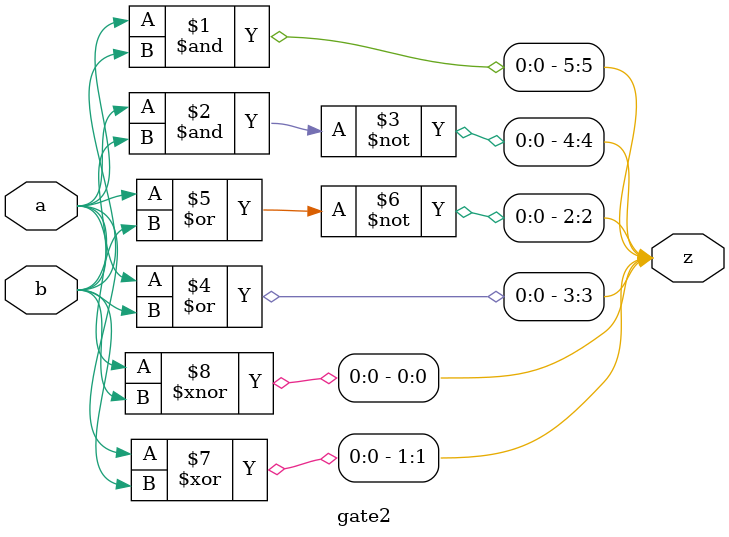
<source format=v>
`timescale 1ns / 1ns
module gate2(a,b,z
    );
	 
   input a,b;
   output [5:0] z;	 
   assign z[5] = a&b;
   assign z[4] = ~(a&b);
   assign z[3] = a|b;
   assign z[2] = ~(a|b);
   assign z[1] = a^b;
   assign z[0] = a~^b;

endmodule

</source>
